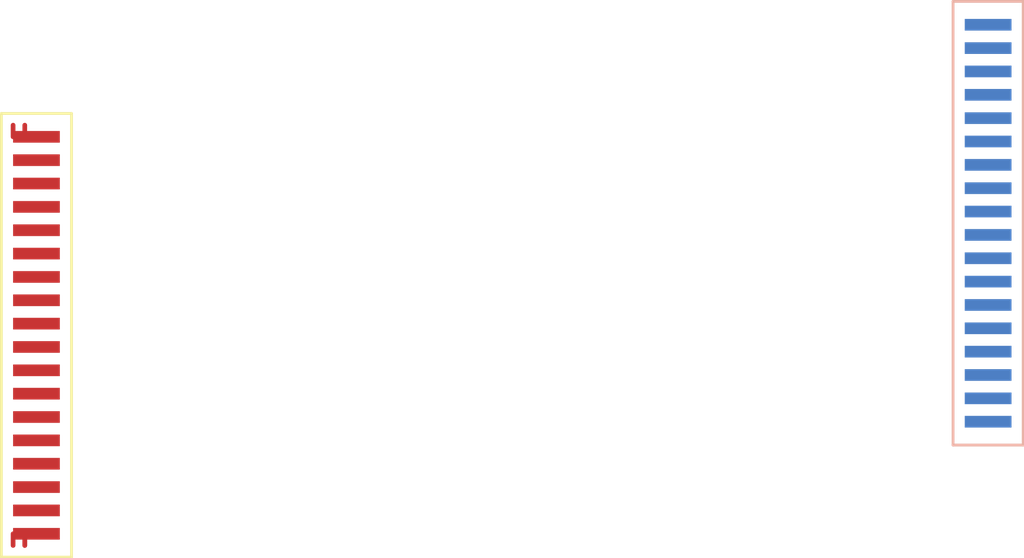
<source format=kicad_pcb>
(kicad_pcb (version 20241229) (generator "pcbnew") (generator_version "9.0")
  (layers (0 "F.Cu" signal) (2 "B.Cu" signal) (13 "F.Paste" user) (15 "B.Paste" user) (5 "F.SilkS" user "F.Silkscreen") (7 "B.SilkS" user "B.Silkscreen") (1 "F.Mask" user) (3 "B.Mask" user) (25 "Edge.Cuts" user))
  (net 0 "")
  (net 1 "Net-(J1-Pin_11)")
  (net 2 "Net-(J1-Pin_9)")
  (net 3 "Net-(J1-Pin_5)")
  (net 4 "Net-(J1-Pin_6)")
  (net 5 "Net-(J1-Pin_18)")
  (net 6 "Net-(J1-Pin_10)")
  (net 7 "Net-(J1-Pin_1)")
  (net 8 "Net-(J1-Pin_13)")
  (net 9 "Net-(J1-Pin_14)")
  (net 10 "Net-(J1-Pin_4)")
  (net 11 "Net-(J1-Pin_15)")
  (net 12 "Net-(J1-Pin_3)")
  (net 13 "Net-(J1-Pin_16)")
  (net 14 "Net-(J1-Pin_8)")
  (net 15 "Net-(J1-Pin_7)")
  (net 16 "Net-(J1-Pin_2)")
  (net 17 "Net-(J1-Pin_17)")
  (net 18 "Net-(J1-Pin_12)")
  (footprint "Library:FLEX_18PIN_1MM_0.5mmPads" (layer "F.Cu") (at 125.48 100.3 90)
    (property "Reference" "J1" (hide yes))
    (property "Value" "Conn_01x18")
    (fp_line (start 8.5 -1) (end 9 -1) (stroke (width 0.2)) (layer "F.Cu"))
    (fp_line (start -8.5 -1) (end -9 -1) (stroke (width 0.2)) (layer "F.Cu"))
    (fp_line (start 8.5 -0.5) (end 9 -0.5) (stroke (width 0.2)) (layer "F.Cu"))
    (fp_line (start -8.5 -0.5) (end -9 -0.5) (stroke (width 0.2)) (layer "F.Cu"))
    (fp_line (start -8.5 -0.5) (end -9 -0.5) (stroke (width 0.2)) (layer "F.Cu"))
    (fp_line (start 9.5 -1.5) (end 9.5 1.5) (stroke (width 0.12)) (layer "F.SilkS"))
    (fp_line (start -9.5 -1.5) (end 9.5 -1.5) (stroke (width 0.12)) (layer "F.SilkS"))
    (fp_line (start 9.5 1.5) (end -9.5 1.5) (stroke (width 0.12)) (layer "F.SilkS"))
    (fp_line (start -9.5 1.5) (end -9.5 -1.5) (stroke (width 0.12)) (layer "F.SilkS"))
    (pad "1" smd rect (at -8.5 0 90) (size 0.5 2) (layers "F.Cu" "F.Mask" "F.Paste") (net 7 "Net-(J1-Pin_1)"))
    (pad "2" smd rect (at -7.5 0 90) (size 0.5 2) (layers "F.Cu" "F.Mask" "F.Paste") (net 16 "Net-(J1-Pin_2)"))
    (pad "3" smd rect (at -6.5 0 90) (size 0.5 2) (layers "F.Cu" "F.Mask" "F.Paste") (net 12 "Net-(J1-Pin_3)"))
    (pad "4" smd rect (at -5.5 0 90) (size 0.5 2) (layers "F.Cu" "F.Mask" "F.Paste") (net 10 "Net-(J1-Pin_4)"))
    (pad "5" smd rect (at -4.5 0 90) (size 0.5 2) (layers "F.Cu" "F.Mask" "F.Paste") (net 3 "Net-(J1-Pin_5)"))
    (pad "6" smd rect (at -3.5 0 90) (size 0.5 2) (layers "F.Cu" "F.Mask" "F.Paste") (net 4 "Net-(J1-Pin_6)"))
    (pad "7" smd rect (at -2.5 0 90) (size 0.5 2) (layers "F.Cu" "F.Mask" "F.Paste") (net 15 "Net-(J1-Pin_7)"))
    (pad "8" smd rect (at -1.5 0 90) (size 0.5 2) (layers "F.Cu" "F.Mask" "F.Paste") (net 14 "Net-(J1-Pin_8)"))
    (pad "9" smd rect (at -0.5 0 90) (size 0.5 2) (layers "F.Cu" "F.Mask" "F.Paste") (net 2 "Net-(J1-Pin_9)"))
    (pad "10" smd rect (at 0.5 0 90) (size 0.5 2) (layers "F.Cu" "F.Mask" "F.Paste") (net 6 "Net-(J1-Pin_10)"))
    (pad "11" smd rect (at 1.5 0 90) (size 0.5 2) (layers "F.Cu" "F.Mask" "F.Paste") (net 1 "Net-(J1-Pin_11)"))
    (pad "12" smd rect (at 2.5 0 90) (size 0.5 2) (layers "F.Cu" "F.Mask" "F.Paste") (net 18 "Net-(J1-Pin_12)"))
    (pad "13" smd rect (at 3.5 0 90) (size 0.5 2) (layers "F.Cu" "F.Mask" "F.Paste") (net 8 "Net-(J1-Pin_13)"))
    (pad "14" smd rect (at 4.5 0 90) (size 0.5 2) (layers "F.Cu" "F.Mask" "F.Paste") (net 9 "Net-(J1-Pin_14)"))
    (pad "15" smd rect (at 5.5 0 90) (size 0.5 2) (layers "F.Cu" "F.Mask" "F.Paste") (net 11 "Net-(J1-Pin_15)"))
    (pad "16" smd rect (at 6.5 0 90) (size 0.5 2) (layers "F.Cu" "F.Mask" "F.Paste") (net 13 "Net-(J1-Pin_16)"))
    (pad "17" smd rect (at 7.5 0 90) (size 0.5 2) (layers "F.Cu" "F.Mask" "F.Paste") (net 17 "Net-(J1-Pin_17)"))
    (pad "18" smd rect (at 8.5 0 90) (size 0.5 2) (layers "F.Cu" "F.Mask" "F.Paste") (net 5 "Net-(J1-Pin_18)"))
  )
  (footprint "Library:FLEX_18PIN_1MM_0.5mmPads" (layer "B.Cu") (at 166.2 95.5 90)
    (property "Reference" "J2" (hide yes))
    (property "Value" "Conn_01x18")
    (fp_line (start 9.5 -1.5) (end -9.5 -1.5) (stroke (width 0.12)) (layer "B.SilkS"))
    (fp_line (start -9.5 -1.5) (end -9.5 1.5) (stroke (width 0.12)) (layer "B.SilkS"))
    (fp_line (start 9.5 1.5) (end 9.5 -1.5) (stroke (width 0.12)) (layer "B.SilkS"))
    (fp_line (start -9.5 1.5) (end 9.5 1.5) (stroke (width 0.12)) (layer "B.SilkS"))
    (pad "1" smd rect (at -8.5 0 90) (size 0.5 2) (layers "B.Cu" "B.Mask" "B.Paste") (net 7 "Net-(J1-Pin_1)"))
    (pad "2" smd rect (at -7.5 0 90) (size 0.5 2) (layers "B.Cu" "B.Mask" "B.Paste") (net 16 "Net-(J1-Pin_2)"))
    (pad "3" smd rect (at -6.5 0 90) (size 0.5 2) (layers "B.Cu" "B.Mask" "B.Paste") (net 12 "Net-(J1-Pin_3)"))
    (pad "4" smd rect (at -5.5 0 90) (size 0.5 2) (layers "B.Cu" "B.Mask" "B.Paste") (net 10 "Net-(J1-Pin_4)"))
    (pad "5" smd rect (at -4.5 0 90) (size 0.5 2) (layers "B.Cu" "B.Mask" "B.Paste") (net 3 "Net-(J1-Pin_5)"))
    (pad "6" smd rect (at -3.5 0 90) (size 0.5 2) (layers "B.Cu" "B.Mask" "B.Paste") (net 4 "Net-(J1-Pin_6)"))
    (pad "7" smd rect (at -2.5 0 90) (size 0.5 2) (layers "B.Cu" "B.Mask" "B.Paste") (net 15 "Net-(J1-Pin_7)"))
    (pad "8" smd rect (at -1.5 0 90) (size 0.5 2) (layers "B.Cu" "B.Mask" "B.Paste") (net 14 "Net-(J1-Pin_8)"))
    (pad "9" smd rect (at -0.5 0 90) (size 0.5 2) (layers "B.Cu" "B.Mask" "B.Paste") (net 2 "Net-(J1-Pin_9)"))
    (pad "10" smd rect (at 0.5 0 90) (size 0.5 2) (layers "B.Cu" "B.Mask" "B.Paste") (net 6 "Net-(J1-Pin_10)"))
    (pad "11" smd rect (at 1.5 0 90) (size 0.5 2) (layers "B.Cu" "B.Mask" "B.Paste") (net 1 "Net-(J1-Pin_11)"))
    (pad "12" smd rect (at 2.5 0 90) (size 0.5 2) (layers "B.Cu" "B.Mask" "B.Paste") (net 18 "Net-(J1-Pin_12)"))
    (pad "13" smd rect (at 3.5 0 90) (size 0.5 2) (layers "B.Cu" "B.Mask" "B.Paste") (net 8 "Net-(J1-Pin_13)"))
    (pad "14" smd rect (at 4.5 0 90) (size 0.5 2) (layers "B.Cu" "B.Mask" "B.Paste") (net 9 "Net-(J1-Pin_14)"))
    (pad "15" smd rect (at 5.5 0 90) (size 0.5 2) (layers "B.Cu" "B.Mask" "B.Paste") (net 11 "Net-(J1-Pin_15)"))
    (pad "16" smd rect (at 6.5 0 90) (size 0.5 2) (layers "B.Cu" "B.Mask" "B.Paste") (net 13 "Net-(J1-Pin_16)"))
    (pad "17" smd rect (at 7.5 0 90) (size 0.5 2) (layers "B.Cu" "B.Mask" "B.Paste") (net 17 "Net-(J1-Pin_17)"))
    (pad "18" smd rect (at 8.5 0 90) (size 0.5 2) (layers "B.Cu" "B.Mask" "B.Paste") (net 5 "Net-(J1-Pin_18)"))
  )
)
</source>
